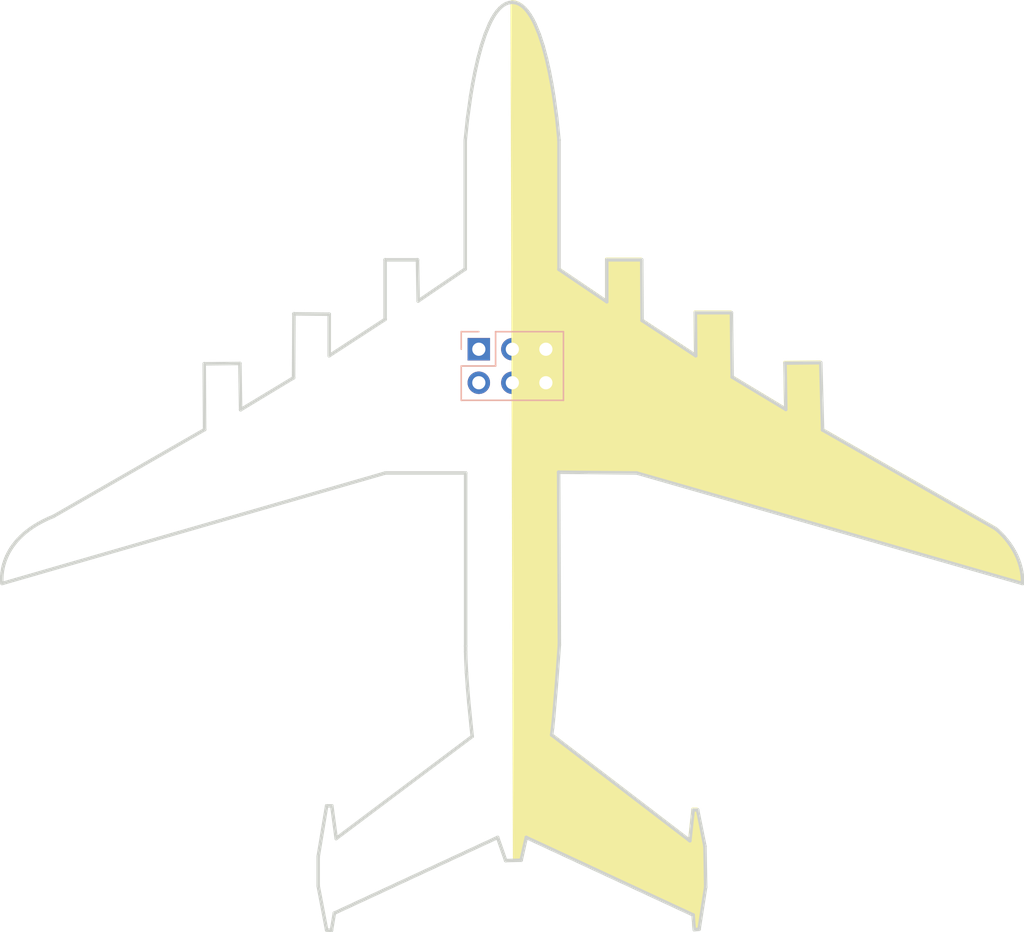
<source format=kicad_pcb>
(kicad_pcb (version 20220427) (generator pcbnew)
  (layers (0 "F.Cu" signal) (31 "B.Cu" signal) (34 "B.Paste" user) (35 "F.Paste" user) (36 "B.SilkS" user "B.Silkscreen") (37 "F.SilkS" user "F.Silkscreen") (38 "B.Mask" user) (39 "F.Mask" user) (44 "Edge.Cuts" user))
  (net 0 "")
  (footprint "Connector_PinHeader_2.54mm:PinHeader_2x03_P2.54mm_Vertical" (layer "B.Cu") (at 135.175 81.125 -90)
    (fp_text reference "REF**" hide)
    (fp_text value "PinHeader_2x03_P2.54mm_Vertical")
    (fp_line (start -1.33 -6.41) (end 3.87 -6.41) (stroke (width 0.12)) (layer "B.SilkS"))
    (fp_line (start -1.33 -1.27) (end -1.33 -6.41) (stroke (width 0.12)) (layer "B.SilkS"))
    (fp_line (start -1.33 -1.27) (end 1.27 -1.27) (stroke (width 0.12)) (layer "B.SilkS"))
    (fp_line (start -1.33 0) (end -1.33 1.33) (stroke (width 0.12)) (layer "B.SilkS"))
    (fp_line (start -1.33 1.33) (end 0 1.33) (stroke (width 0.12)) (layer "B.SilkS"))
    (fp_line (start 1.27 -1.27) (end 1.27 1.33) (stroke (width 0.12)) (layer "B.SilkS"))
    (fp_line (start 1.27 1.33) (end 3.87 1.33) (stroke (width 0.12)) (layer "B.SilkS"))
    (fp_line (start 3.87 1.33) (end 3.87 -6.41) (stroke (width 0.12)) (layer "B.SilkS"))
    (pad "1" thru_hole rect (at 0 0 270) (size 1.7 1.7) (drill 1) (layers *.Cu *.Mask))
    (pad "2" thru_hole oval (at 2.54 0 270) (size 1.7 1.7) (drill 1) (layers *.Cu *.Mask))
    (pad "3" thru_hole oval (at 0 -2.54 270) (size 1.7 1.7) (drill 1) (layers *.Cu *.Mask))
    (pad "4" thru_hole oval (at 2.54 -2.54 270) (size 1.7 1.7) (drill 1) (layers *.Cu *.Mask))
    (pad "5" thru_hole oval (at 0 -5.08 270) (size 1.7 1.7) (drill 1) (layers *.Cu *.Mask))
    (pad "6" thru_hole oval (at 2.54 -5.08 270) (size 1.7 1.7) (drill 1) (layers *.Cu *.Mask))
  )
  (gr_poly (pts (xy 137.925621 54.787173) (xy 138.16697 54.876637) (xy 138.397173 55.019348) (xy 138.616448 55.211496) (xy 138.825014 55.449273) (xy 139.023091 55.728869) (xy 139.210898 56.046475) (xy 139.388655 56.398281) (xy 139.714893 57.189261) (xy 140.00356 58.071333) (xy 140.25641 59.014026) (xy 140.475196 59.986866) (xy 140.661674 60.959379) (xy 140.817597 61.901093) (xy 141.044794 63.570229) (xy 141.209712 65.198081) (xy 141.209712 75.000873) (xy 144.830058 77.45157) (xy 144.830058 74.276802) (xy 147.475697 74.276802) (xy 147.503545 78.87186) (xy 151.569478 81.545349) (xy 151.54163 78.287037) (xy 154.270815 78.287037) (xy 154.326514 83.160581) (xy 158.392447 85.611278) (xy 158.336748 82.102329) (xy 161.038084 82.074476) (xy 161.177329 87.170816) (xy 174.294129 94.662157) (xy 174.383767 94.735369) (xy 174.486514 94.825538) (xy 174.619612 94.950219) (xy 174.776861 95.108514) (xy 174.952058 95.299526) (xy 175.139005 95.522358) (xy 175.331499 95.776112) (xy 175.427889 95.914304) (xy 175.523341 96.05989) (xy 175.617079 96.212758) (xy 175.708329 96.372795) (xy 175.796315 96.53989) (xy 175.880263 96.71393) (xy 175.959397 96.894803) (xy 176.032942 97.082397) (xy 176.100123 97.2766) (xy 176.160166 97.477299) (xy 176.212294 97.684382) (xy 176.255733 97.897737) (xy 176.289708 98.117253) (xy 176.313443 98.342815) (xy 176.326164 98.574314) (xy 176.327095 98.811636) (xy 147.085814 90.429132) (xy 141.181863 90.373434) (xy 141.237561 103.462393) (xy 141.007809 106.550133) (xy 140.814608 108.85506) (xy 140.72584 109.74432) (xy 140.652737 110.28536) (xy 151.123899 118.305826) (xy 151.374538 115.966524) (xy 151.708722 115.966524) (xy 152.265698 118.723558) (xy 152.321395 121.814775) (xy 151.820117 125.017389) (xy 151.458084 125.045236) (xy 151.374538 123.931291) (xy 138.731166 118.055185) (xy 138.341283 119.781816) (xy 137.855145 119.793382) (xy 137.672905 54.754765)) (stroke (width 0.2)) (fill solid) (layer "F.SilkS"))
  (gr_line (start 158.37485 82.174477) (end 161.076186 82.146626) (stroke (width 0.264583)) (layer "Edge.Cuts"))
  (gr_line (start 123.006833 119.575474) (end 123.006833 119.575474) (stroke (width 0.264583)) (layer "Edge.Cuts"))
  (gr_line (start 123.006833 119.575474) (end 123.647353 115.732335) (stroke (width 0.264583)) (layer "Edge.Cuts"))
  (gr_line (start 121.14095 83.288432) (end 121.14095 83.288432) (stroke (width 0.264583)) (layer "Edge.Cuts"))
  (gr_line (start 138.20507 54.948788) (end 138.435273 55.091499) (stroke (width 0.264583)) (layer "Edge.Cuts"))
  (gr_line (start 134.67549 110.468903) (end 134.59325 109.719596) (stroke (width 0.264583)) (layer "Edge.Cuts"))
  (gr_line (start 161.076186 82.146626) (end 161.076186 82.146626) (stroke (width 0.264583)) (layer "Edge.Cuts"))
  (gr_line (start 141.247813 75.073023) (end 144.868159 77.523722) (stroke (width 0.264583)) (layer "Edge.Cuts"))
  (gr_line (start 151.162002 118.377976) (end 151.162002 118.377976) (stroke (width 0.264583)) (layer "Edge.Cuts"))
  (gr_line (start 144.868159 74.348952) (end 144.868159 74.348952) (stroke (width 0.264583)) (layer "Edge.Cuts"))
  (gr_line (start 140.690837 110.357514) (end 151.162002 118.377976) (stroke (width 0.264583)) (layer "Edge.Cuts"))
  (gr_line (start 99.763925 96.183209) (end 99.911362 95.971614) (stroke (width 0.264583)) (layer "Edge.Cuts"))
  (gr_line (start 138.769267 118.127339) (end 138.769267 118.127339) (stroke (width 0.264583)) (layer "Edge.Cuts"))
  (gr_line (start 175.177111 95.594508) (end 175.369605 95.848262) (stroke (width 0.264583)) (layer "Edge.Cuts"))
  (gr_line (start 138.769267 118.127339) (end 138.379382 119.85397) (stroke (width 0.264583)) (layer "Edge.Cuts"))
  (gr_line (start 176.138229 97.34875) (end 176.198272 97.549449) (stroke (width 0.264583)) (layer "Edge.Cuts"))
  (gr_line (start 176.071048 97.154547) (end 176.138229 97.34875) (stroke (width 0.264583)) (layer "Edge.Cuts"))
  (gr_line (start 124.037236 115.732335) (end 124.037236 115.732335) (stroke (width 0.264583)) (layer "Edge.Cuts"))
  (gr_line (start 140.855697 61.973243) (end 141.082895 63.642379) (stroke (width 0.264583)) (layer "Edge.Cuts"))
  (gr_line (start 176.365203 98.883786) (end 147.123916 90.501286) (stroke (width 0.264583)) (layer "Edge.Cuts"))
  (gr_line (start 141.275661 103.534542) (end 141.275661 103.534542) (stroke (width 0.264583)) (layer "Edge.Cuts"))
  (gr_line (start 134.175253 104.071356) (end 134.174212 103.618092) (stroke (width 0.264583)) (layer "Edge.Cuts"))
  (gr_line (start 134.146358 65.29808) (end 134.315626 63.658044) (stroke (width 0.264583)) (layer "Edge.Cuts"))
  (gr_line (start 138.379382 119.85397) (end 138.379382 119.85397) (stroke (width 0.264583)) (layer "Edge.Cuts"))
  (gr_line (start 123.006833 121.803379) (end 123.006833 119.575474) (stroke (width 0.264583)) (layer "Edge.Cuts"))
  (gr_line (start 158.37485 82.174477) (end 158.37485 82.174477) (stroke (width 0.264583)) (layer "Edge.Cuts"))
  (gr_line (start 99.11557 97.741221) (end 99.154494 97.567851) (stroke (width 0.264583)) (layer "Edge.Cuts"))
  (gr_line (start 176.364271 98.646464) (end 176.365203 98.883786) (stroke (width 0.264583)) (layer "Edge.Cuts"))
  (gr_line (start 175.834421 96.61204) (end 175.918369 96.78608) (stroke (width 0.264583)) (layer "Edge.Cuts"))
  (gr_line (start 123.647353 115.732335) (end 124.037236 115.732335) (stroke (width 0.264583)) (layer "Edge.Cuts"))
  (gr_line (start 99.063625 98.060762) (end 99.11557 97.741221) (stroke (width 0.264583)) (layer "Edge.Cuts"))
  (gr_line (start 130.58171 77.468022) (end 134.146358 75.045172) (stroke (width 0.264583)) (layer "Edge.Cuts"))
  (gr_line (start 174.332236 94.734307) (end 174.332236 94.734307) (stroke (width 0.264583)) (layer "Edge.Cuts"))
  (gr_line (start 135.116177 59.074374) (end 135.371541 58.127819) (stroke (width 0.264583)) (layer "Edge.Cuts"))
  (gr_line (start 174.814967 95.180664) (end 174.990165 95.371676) (stroke (width 0.264583)) (layer "Edge.Cuts"))
  (gr_line (start 136.55707 55.504665) (end 136.766266 55.268853) (stroke (width 0.264583)) (layer "Edge.Cuts"))
  (gr_line (start 134.146358 65.29808) (end 134.146358 65.29808) (stroke (width 0.264583)) (layer "Edge.Cuts"))
  (gr_line (start 136.35825 55.782907) (end 136.55707 55.504665) (stroke (width 0.264583)) (layer "Edge.Cuts"))
  (gr_line (start 140.699775 61.03153) (end 140.855697 61.973243) (stroke (width 0.264583)) (layer "Edge.Cuts"))
  (gr_line (start 144.868159 77.523722) (end 144.868159 77.523722) (stroke (width 0.264583)) (layer "Edge.Cuts"))
  (gr_line (start 136.986049 55.079322) (end 137.216627 54.939922) (stroke (width 0.264583)) (layer "Edge.Cuts"))
  (gr_line (start 174.657719 95.022369) (end 174.814967 95.180664) (stroke (width 0.264583)) (layer "Edge.Cuts"))
  (gr_line (start 130.526011 74.348952) (end 130.58171 77.468022) (stroke (width 0.264583)) (layer "Edge.Cuts"))
  (gr_line (start 152.359496 121.886929) (end 151.858218 125.089543) (stroke (width 0.264583)) (layer "Edge.Cuts"))
  (gr_line (start 141.247813 75.073023) (end 141.247813 75.073023) (stroke (width 0.264583)) (layer "Edge.Cuts"))
  (gr_line (start 144.868159 74.348952) (end 147.513797 74.348952) (stroke (width 0.264583)) (layer "Edge.Cuts"))
  (gr_line (start 124.232177 123.864193) (end 124.009387 125.173085) (stroke (width 0.264583)) (layer "Edge.Cuts"))
  (gr_line (start 99.519432 96.600493) (end 99.633622 96.393131) (stroke (width 0.264583)) (layer "Edge.Cuts"))
  (gr_line (start 134.547282 61.977595) (end 134.70572 61.030061) (stroke (width 0.264583)) (layer "Edge.Cuts"))
  (gr_line (start 158.430549 85.683428) (end 158.37485 82.174477) (stroke (width 0.264583)) (layer "Edge.Cuts"))
  (gr_line (start 134.320582 106.789268) (end 134.240789 105.651926) (stroke (width 0.264583)) (layer "Edge.Cuts"))
  (gr_line (start 99.911362 95.971614) (end 100.076952 95.759235) (stroke (width 0.264583)) (layer "Edge.Cuts"))
  (gr_line (start 175.997503 96.966953) (end 176.071048 97.154547) (stroke (width 0.264583)) (layer "Edge.Cuts"))
  (gr_line (start 154.308917 78.359187) (end 154.308917 78.359187) (stroke (width 0.264583)) (layer "Edge.Cuts"))
  (gr_line (start 151.412639 124.003437) (end 151.412639 124.003437) (stroke (width 0.264583)) (layer "Edge.Cuts"))
  (gr_line (start 141.219966 90.445588) (end 141.219966 90.445588) (stroke (width 0.264583)) (layer "Edge.Cuts"))
  (gr_line (start 135.371541 58.127819) (end 135.66256 57.24319) (stroke (width 0.264583)) (layer "Edge.Cuts"))
  (gr_line (start 128.075313 78.860464) (end 128.075313 74.348952) (stroke (width 0.264583)) (layer "Edge.Cuts"))
  (gr_line (start 175.465995 95.986454) (end 175.561447 96.13204) (stroke (width 0.264583)) (layer "Edge.Cuts"))
  (gr_line (start 99.420336 96.804408) (end 99.519432 96.600493) (stroke (width 0.264583)) (layer "Edge.Cuts"))
  (gr_line (start 154.364615 83.232731) (end 154.364615 83.232731) (stroke (width 0.264583)) (layer "Edge.Cuts"))
  (gr_line (start 174.332236 94.734307) (end 174.421875 94.807519) (stroke (width 0.264583)) (layer "Edge.Cuts"))
  (gr_line (start 139.752994 57.261411) (end 140.041661 58.143484) (stroke (width 0.264583)) (layer "Edge.Cuts"))
  (gr_line (start 147.541648 78.94401) (end 147.541648 78.94401) (stroke (width 0.264583)) (layer "Edge.Cuts"))
  (gr_line (start 136.597064 118.127339) (end 124.232177 123.864193) (stroke (width 0.264583)) (layer "Edge.Cuts"))
  (gr_line (start 154.308917 78.359187) (end 154.364615 83.232731) (stroke (width 0.264583)) (layer "Edge.Cuts"))
  (gr_line (start 123.647353 125.145237) (end 123.647353 125.145237) (stroke (width 0.264583)) (layer "Edge.Cuts"))
  (gr_line (start 134.146358 75.045172) (end 134.146358 75.045172) (stroke (width 0.264583)) (layer "Edge.Cuts"))
  (gr_line (start 130.58171 77.468022) (end 130.58171 77.468022) (stroke (width 0.264583)) (layer "Edge.Cuts"))
  (gr_line (start 139.426755 56.470432) (end 139.752994 57.261411) (stroke (width 0.264583)) (layer "Edge.Cuts"))
  (gr_line (start 151.412639 116.038674) (end 151.746825 116.038674) (stroke (width 0.264583)) (layer "Edge.Cuts"))
  (gr_line (start 101.830047 94.325121) (end 102.177579 94.138401) (stroke (width 0.264583)) (layer "Edge.Cuts"))
  (gr_line (start 117.130721 85.711281) (end 117.130721 85.711281) (stroke (width 0.264583)) (layer "Edge.Cuts"))
  (gr_line (start 176.293839 97.969887) (end 176.327814 98.189402) (stroke (width 0.264583)) (layer "Edge.Cuts"))
  (gr_line (start 136.597064 118.127339) (end 136.597064 118.127339) (stroke (width 0.264583)) (layer "Edge.Cuts"))
  (gr_line (start 161.076186 82.146626) (end 161.21543 87.242966) (stroke (width 0.264583)) (layer "Edge.Cuts"))
  (gr_line (start 144.868159 77.523722) (end 144.868159 74.348952) (stroke (width 0.264583)) (layer "Edge.Cuts"))
  (gr_line (start 124.009387 125.173085) (end 124.009387 125.173085) (stroke (width 0.264583)) (layer "Edge.Cuts"))
  (gr_line (start 141.219966 90.445588) (end 141.275661 103.534542) (stroke (width 0.264583)) (layer "Edge.Cuts"))
  (gr_line (start 152.359496 121.886929) (end 152.359496 121.886929) (stroke (width 0.264583)) (layer "Edge.Cuts"))
  (gr_line (start 174.421875 94.807519) (end 174.524622 94.897688) (stroke (width 0.264583)) (layer "Edge.Cuts"))
  (gr_line (start 174.990165 95.371676) (end 175.177111 95.594508) (stroke (width 0.264583)) (layer "Edge.Cuts"))
  (gr_line (start 100.261716 95.546957) (end 100.466673 95.335669) (stroke (width 0.264583)) (layer "Edge.Cuts"))
  (gr_line (start 130.526011 74.348952) (end 130.526011 74.348952) (stroke (width 0.264583)) (layer "Edge.Cuts"))
  (gr_line (start 138.863114 55.521424) (end 139.061191 55.80102) (stroke (width 0.264583)) (layer "Edge.Cuts"))
  (gr_line (start 134.174212 103.618092) (end 134.174212 103.618092) (stroke (width 0.264583)) (layer "Edge.Cuts"))
  (gr_line (start 154.364615 83.232731) (end 158.430549 85.683428) (stroke (width 0.264583)) (layer "Edge.Cuts"))
  (gr_line (start 117.130721 85.711281) (end 121.14095 83.288432) (stroke (width 0.264583)) (layer "Edge.Cuts"))
  (gr_line (start 128.103162 90.501286) (end 99.056826 98.883786) (stroke (width 0.264583)) (layer "Edge.Cuts"))
  (gr_line (start 175.561447 96.13204) (end 175.655185 96.284908) (stroke (width 0.264583)) (layer "Edge.Cuts"))
  (gr_line (start 102.177579 94.138401) (end 102.552443 93.958881) (stroke (width 0.264583)) (layer "Edge.Cuts"))
  (gr_line (start 176.365203 98.883786) (end 176.365203 98.883786) (stroke (width 0.264583)) (layer "Edge.Cuts"))
  (gr_line (start 99.633622 96.393131) (end 99.763925 96.183209) (stroke (width 0.264583)) (layer "Edge.Cuts"))
  (gr_line (start 134.315626 63.658044) (end 134.547282 61.977595) (stroke (width 0.264583)) (layer "Edge.Cuts"))
  (gr_line (start 123.647353 125.145237) (end 123.006833 121.803379) (stroke (width 0.264583)) (layer "Edge.Cuts"))
  (gr_line (start 138.379382 119.85397) (end 137.209735 119.881817) (stroke (width 0.264583)) (layer "Edge.Cuts"))
  (gr_line (start 99.335315 97.003988) (end 99.420336 96.804408) (stroke (width 0.264583)) (layer "Edge.Cuts"))
  (gr_line (start 123.842286 81.617503) (end 123.842286 81.617503) (stroke (width 0.264583)) (layer "Edge.Cuts"))
  (gr_line (start 151.496184 125.11739) (end 151.412639 124.003437) (stroke (width 0.264583)) (layer "Edge.Cuts"))
  (gr_line (start 151.746825 116.038674) (end 152.303798 118.795704) (stroke (width 0.264583)) (layer "Edge.Cuts"))
  (gr_line (start 134.174212 103.618092) (end 134.174212 90.501286) (stroke (width 0.264583)) (layer "Edge.Cuts"))
  (gr_line (start 174.524622 94.897688) (end 174.657719 95.022369) (stroke (width 0.264583)) (layer "Edge.Cuts"))
  (gr_line (start 158.430549 85.683428) (end 158.430549 85.683428) (stroke (width 0.264583)) (layer "Edge.Cuts"))
  (gr_line (start 134.146358 75.045172) (end 134.146358 65.29808) (stroke (width 0.264583)) (layer "Edge.Cuts"))
  (gr_line (start 123.006833 121.803379) (end 123.006833 121.803379) (stroke (width 0.264583)) (layer "Edge.Cuts"))
  (gr_line (start 99.034797 98.566203) (end 99.039421 98.338122) (stroke (width 0.264583)) (layer "Edge.Cuts"))
  (gr_line (start 137.209735 119.881817) (end 137.209735 119.881817) (stroke (width 0.264583)) (layer "Edge.Cuts"))
  (gr_line (start 100.941244 94.919609) (end 101.2129 94.716612) (stroke (width 0.264583)) (layer "Edge.Cuts"))
  (gr_line (start 100.692842 95.126257) (end 100.941244 94.919609) (stroke (width 0.264583)) (layer "Edge.Cuts"))
  (gr_line (start 134.414409 107.899849) (end 134.320582 106.789268) (stroke (width 0.264583)) (layer "Edge.Cuts"))
  (gr_line (start 151.607581 81.617501) (end 151.607581 81.617501) (stroke (width 0.264583)) (layer "Edge.Cuts"))
  (gr_line (start 121.168799 78.442732) (end 123.842286 78.470583) (stroke (width 0.264583)) (layer "Edge.Cuts"))
  (gr_line (start 102.552443 93.958881) (end 102.955659 93.787449) (stroke (width 0.264583)) (layer "Edge.Cuts"))
  (gr_line (start 161.21543 87.242966) (end 174.332236 94.734307) (stroke (width 0.264583)) (layer "Edge.Cuts"))
  (gr_line (start 141.247813 65.270231) (end 141.247813 75.073023) (stroke (width 0.264583)) (layer "Edge.Cuts"))
  (gr_line (start 121.14095 83.288432) (end 121.168799 78.442732) (stroke (width 0.264583)) (layer "Edge.Cuts"))
  (gr_line (start 136.169598 56.099731) (end 136.35825 55.782907) (stroke (width 0.264583)) (layer "Edge.Cuts"))
  (gr_line (start 128.075313 78.860464) (end 128.075313 78.860464) (stroke (width 0.264583)) (layer "Edge.Cuts"))
  (gr_line (start 151.496184 125.11739) (end 151.496184 125.11739) (stroke (width 0.264583)) (layer "Edge.Cuts"))
  (gr_line (start 151.412639 116.038674) (end 151.412639 116.038674) (stroke (width 0.264583)) (layer "Edge.Cuts"))
  (gr_line (start 152.303798 118.795704) (end 152.303798 118.795704) (stroke (width 0.264583)) (layer "Edge.Cuts"))
  (gr_line (start 176.35155 98.414965) (end 176.364271 98.646464) (stroke (width 0.264583)) (layer "Edge.Cuts"))
  (gr_line (start 114.401536 87.215123) (end 114.373688 82.230179) (stroke (width 0.264583)) (layer "Edge.Cuts"))
  (gr_line (start 124.009387 125.173085) (end 123.647353 125.145237) (stroke (width 0.264583)) (layer "Edge.Cuts"))
  (gr_line (start 138.435273 55.091499) (end 138.654548 55.283647) (stroke (width 0.264583)) (layer "Edge.Cuts"))
  (gr_line (start 114.373688 82.230179) (end 114.373688 82.230179) (stroke (width 0.264583)) (layer "Edge.Cuts"))
  (gr_line (start 138.654548 55.283647) (end 138.863114 55.521424) (stroke (width 0.264583)) (layer "Edge.Cuts"))
  (gr_line (start 176.2504 97.756532) (end 176.293839 97.969887) (stroke (width 0.264583)) (layer "Edge.Cuts"))
  (gr_line (start 134.240789 105.651926) (end 134.187757 104.568107) (stroke (width 0.264583)) (layer "Edge.Cuts"))
  (gr_line (start 124.037236 115.732335) (end 124.371421 118.210884) (stroke (width 0.264583)) (layer "Edge.Cuts"))
  (gr_line (start 134.174212 90.501286) (end 134.174212 90.501286) (stroke (width 0.264583)) (layer "Edge.Cuts"))
  (gr_line (start 100.466673 95.335669) (end 100.692842 95.126257) (stroke (width 0.264583)) (layer "Edge.Cuts"))
  (gr_line (start 137.711005 54.826916) (end 137.963721 54.859324) (stroke (width 0.264583)) (layer "Edge.Cuts"))
  (gr_line (start 147.513797 74.348952) (end 147.513797 74.348952) (stroke (width 0.264583)) (layer "Edge.Cuts"))
  (gr_line (start 117.075025 82.202328) (end 117.075025 82.202328) (stroke (width 0.264583)) (layer "Edge.Cuts"))
  (gr_line (start 140.763941 109.816473) (end 140.690837 110.357514) (stroke (width 0.264583)) (layer "Edge.Cuts"))
  (gr_line (start 175.369605 95.848262) (end 175.465995 95.986454) (stroke (width 0.264583)) (layer "Edge.Cuts"))
  (gr_line (start 128.075313 74.348952) (end 128.075313 74.348952) (stroke (width 0.264583)) (layer "Edge.Cuts"))
  (gr_line (start 123.842286 78.470583) (end 123.842286 81.617503) (stroke (width 0.264583)) (layer "Edge.Cuts"))
  (gr_line (start 175.655185 96.284908) (end 175.746435 96.444945) (stroke (width 0.264583)) (layer "Edge.Cuts"))
  (gr_line (start 99.154494 97.567851) (end 99.203413 97.386597) (stroke (width 0.264583)) (layer "Edge.Cuts"))
  (gr_line (start 134.187757 104.568107) (end 134.175253 104.071356) (stroke (width 0.264583)) (layer "Edge.Cuts"))
  (gr_line (start 141.045909 106.622285) (end 140.852709 108.927213) (stroke (width 0.264583)) (layer "Edge.Cuts"))
  (gr_line (start 114.401536 87.215123) (end 114.401536 87.215123) (stroke (width 0.264583)) (layer "Edge.Cuts"))
  (gr_line (start 123.842286 81.617503) (end 128.075313 78.860464) (stroke (width 0.264583)) (layer "Edge.Cuts"))
  (gr_line (start 147.541648 78.94401) (end 151.607581 81.617501) (stroke (width 0.264583)) (layer "Edge.Cuts"))
  (gr_line (start 151.746825 116.038674) (end 151.746825 116.038674) (stroke (width 0.264583)) (layer "Edge.Cuts"))
  (gr_line (start 134.59325 109.719596) (end 134.414409 107.899849) (stroke (width 0.264583)) (layer "Edge.Cuts"))
  (gr_line (start 134.70572 61.030061) (end 134.894794 60.052054) (stroke (width 0.264583)) (layer "Edge.Cuts"))
  (gr_line (start 99.263347 97.198347) (end 99.335315 97.003988) (stroke (width 0.264583)) (layer "Edge.Cuts"))
  (gr_line (start 151.607581 81.617501) (end 151.57973 78.359187) (stroke (width 0.264583)) (layer "Edge.Cuts"))
  (gr_line (start 141.275661 103.534542) (end 141.045909 106.622285) (stroke (width 0.264583)) (layer "Edge.Cuts"))
  (gr_line (start 102.955659 93.787449) (end 114.401536 87.215123) (stroke (width 0.264583)) (layer "Edge.Cuts"))
  (gr_line (start 123.842286 78.470583) (end 123.842286 78.470583) (stroke (width 0.264583)) (layer "Edge.Cuts"))
  (gr_line (start 140.690837 110.357514) (end 140.690837 110.357514) (stroke (width 0.264583)) (layer "Edge.Cuts"))
  (gr_line (start 140.852709 108.927213) (end 140.763941 109.816473) (stroke (width 0.264583)) (layer "Edge.Cuts"))
  (gr_line (start 140.29451 59.086177) (end 140.513297 60.059016) (stroke (width 0.264583)) (layer "Edge.Cuts"))
  (gr_line (start 175.918369 96.78608) (end 175.997503 96.966953) (stroke (width 0.264583)) (layer "Edge.Cuts"))
  (gr_line (start 134.894794 60.052054) (end 135.116177 59.074374) (stroke (width 0.264583)) (layer "Edge.Cuts"))
  (gr_line (start 151.162002 118.377976) (end 151.412639 116.038674) (stroke (width 0.264583)) (layer "Edge.Cuts"))
  (gr_line (start 161.21543 87.242966) (end 161.21543 87.242966) (stroke (width 0.264583)) (layer "Edge.Cuts"))
  (gr_line (start 101.508827 94.518154) (end 101.830047 94.325121) (stroke (width 0.264583)) (layer "Edge.Cuts"))
  (gr_line (start 124.232177 123.864193) (end 124.232177 123.864193) (stroke (width 0.264583)) (layer "Edge.Cuts"))
  (gr_line (start 176.327814 98.189402) (end 176.35155 98.414965) (stroke (width 0.264583)) (layer "Edge.Cuts"))
  (gr_line (start 141.247813 65.270231) (end 141.247813 65.270231) (stroke (width 0.264583)) (layer "Edge.Cuts"))
  (gr_line (start 137.711005 54.826916) (end 137.711005 54.826916) (stroke (width 0.264583)) (layer "Edge.Cuts"))
  (gr_line (start 139.061191 55.80102) (end 139.248999 56.118626) (stroke (width 0.264583)) (layer "Edge.Cuts"))
  (gr_line (start 128.103162 90.501286) (end 128.103162 90.501286) (stroke (width 0.264583)) (layer "Edge.Cuts"))
  (gr_line (start 147.123916 90.501286) (end 147.123916 90.501286) (stroke (width 0.264583)) (layer "Edge.Cuts"))
  (gr_line (start 124.371421 118.210884) (end 124.371421 118.210884) (stroke (width 0.264583)) (layer "Edge.Cuts"))
  (gr_line (start 124.371421 118.210884) (end 134.67549 110.468903) (stroke (width 0.264583)) (layer "Edge.Cuts"))
  (gr_line (start 151.57973 78.359187) (end 151.57973 78.359187) (stroke (width 0.264583)) (layer "Edge.Cuts"))
  (gr_line (start 99.203413 97.386597) (end 99.263347 97.198347) (stroke (width 0.264583)) (layer "Edge.Cuts"))
  (gr_line (start 102.955659 93.787449) (end 102.955659 93.787449) (stroke (width 0.264583)) (layer "Edge.Cuts"))
  (gr_line (start 114.373688 82.230179) (end 117.075025 82.202328) (stroke (width 0.264583)) (layer "Edge.Cuts"))
  (gr_line (start 151.412639 124.003437) (end 138.769267 118.127339) (stroke (width 0.264583)) (layer "Edge.Cuts"))
  (gr_line (start 152.303798 118.795704) (end 152.359496 121.886929) (stroke (width 0.264583)) (layer "Edge.Cuts"))
  (gr_line (start 175.746435 96.444945) (end 175.834421 96.61204) (stroke (width 0.264583)) (layer "Edge.Cuts"))
  (gr_line (start 137.45821 54.854504) (end 137.711005 54.826916) (stroke (width 0.264583)) (layer "Edge.Cuts"))
  (gr_line (start 141.082895 63.642379) (end 141.247813 65.270231) (stroke (width 0.264583)) (layer "Edge.Cuts"))
  (gr_line (start 147.123916 90.501286) (end 141.219966 90.445588) (stroke (width 0.264583)) (layer "Edge.Cuts"))
  (gr_line (start 123.647353 115.732335) (end 123.647353 115.732335) (stroke (width 0.264583)) (layer "Edge.Cuts"))
  (gr_line (start 139.248999 56.118626) (end 139.426755 56.470432) (stroke (width 0.264583)) (layer "Edge.Cuts"))
  (gr_line (start 151.57973 78.359187) (end 154.308917 78.359187) (stroke (width 0.264583)) (layer "Edge.Cuts"))
  (gr_line (start 128.075313 74.348952) (end 130.526011 74.348952) (stroke (width 0.264583)) (layer "Edge.Cuts"))
  (gr_line (start 147.513797 74.348952) (end 147.541648 78.94401) (stroke (width 0.264583)) (layer "Edge.Cuts"))
  (gr_line (start 101.2129 94.716612) (end 101.508827 94.518154) (stroke (width 0.264583)) (layer "Edge.Cuts"))
  (gr_line (start 151.858218 125.089543) (end 151.858218 125.089543) (stroke (width 0.264583)) (layer "Edge.Cuts"))
  (gr_line (start 100.076952 95.759235) (end 100.261716 95.546957) (stroke (width 0.264583)) (layer "Edge.Cuts"))
  (gr_line (start 135.66256 57.24319) (end 135.990905 56.451286) (stroke (width 0.264583)) (layer "Edge.Cuts"))
  (gr_line (start 135.990905 56.451286) (end 136.169598 56.099731) (stroke (width 0.264583)) (layer "Edge.Cuts"))
  (gr_line (start 99.056826 98.883786) (end 99.041596 98.737905) (stroke (width 0.264583)) (layer "Edge.Cuts"))
  (gr_line (start 136.766266 55.268853) (end 136.986049 55.079322) (stroke (width 0.264583)) (layer "Edge.Cuts"))
  (gr_line (start 137.963721 54.859324) (end 138.20507 54.948788) (stroke (width 0.264583)) (layer "Edge.Cuts"))
  (gr_line (start 117.075025 82.202328) (end 117.130721 85.711281) (stroke (width 0.264583)) (layer "Edge.Cuts"))
  (gr_line (start 140.041661 58.143484) (end 140.29451 59.086177) (stroke (width 0.264583)) (layer "Edge.Cuts"))
  (gr_line (start 99.039421 98.338122) (end 99.063625 98.060762) (stroke (width 0.264583)) (layer "Edge.Cuts"))
  (gr_line (start 151.858218 125.089543) (end 151.496184 125.11739) (stroke (width 0.264583)) (layer "Edge.Cuts"))
  (gr_line (start 140.513297 60.059016) (end 140.699775 61.03153) (stroke (width 0.264583)) (layer "Edge.Cuts"))
  (gr_line (start 137.216627 54.939922) (end 137.45821 54.854504) (stroke (width 0.264583)) (layer "Edge.Cuts"))
  (gr_line (start 134.174212 90.501286) (end 128.103162 90.501286) (stroke (width 0.264583)) (layer "Edge.Cuts"))
  (gr_line (start 134.67549 110.468903) (end 134.67549 110.468903) (stroke (width 0.264583)) (layer "Edge.Cuts"))
  (gr_line (start 121.168799 78.442732) (end 121.168799 78.442732) (stroke (width 0.264583)) (layer "Edge.Cuts"))
  (gr_line (start 99.041596 98.737905) (end 99.034797 98.566203) (stroke (width 0.264583)) (layer "Edge.Cuts"))
  (gr_line (start 176.198272 97.549449) (end 176.2504 97.756532) (stroke (width 0.264583)) (layer "Edge.Cuts"))
  (gr_line (start 137.209735 119.881817) (end 136.597064 118.127339) (stroke (width 0.264583)) (layer "Edge.Cuts"))
)
</source>
